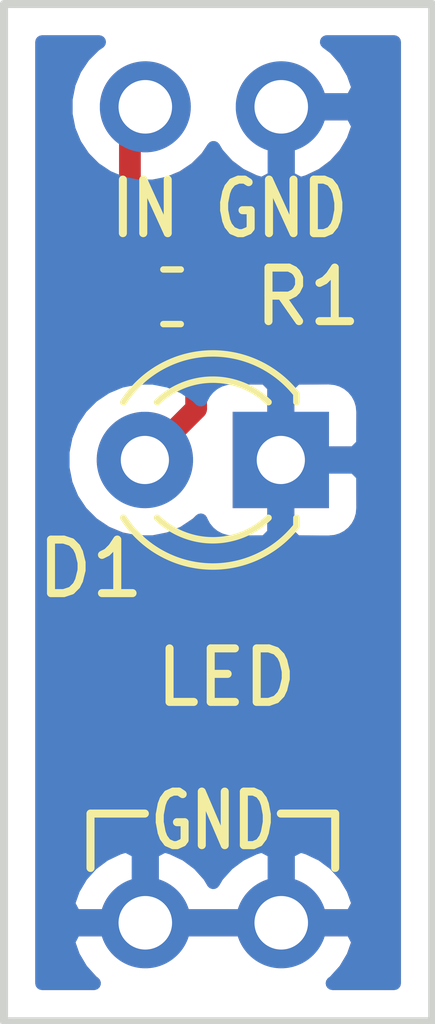
<source format=kicad_pcb>
(kicad_pcb (version 20171130) (host pcbnew "(5.1.9-0-10_14)")

  (general
    (thickness 1.6)
    (drawings 12)
    (tracks 5)
    (zones 0)
    (modules 4)
    (nets 4)
  )

  (page A4)
  (layers
    (0 F.Cu signal)
    (31 B.Cu signal)
    (32 B.Adhes user)
    (33 F.Adhes user)
    (34 B.Paste user)
    (35 F.Paste user)
    (36 B.SilkS user)
    (37 F.SilkS user)
    (38 B.Mask user)
    (39 F.Mask user)
    (40 Dwgs.User user)
    (41 Cmts.User user)
    (42 Eco1.User user)
    (43 Eco2.User user)
    (44 Edge.Cuts user)
    (45 Margin user)
    (46 B.CrtYd user hide)
    (47 F.CrtYd user hide)
    (48 B.Fab user hide)
    (49 F.Fab user hide)
  )

  (setup
    (last_trace_width 0.1524)
    (user_trace_width 0.1524)
    (user_trace_width 0.254)
    (user_trace_width 0.4064)
    (user_trace_width 0.635)
    (trace_clearance 0.1524)
    (zone_clearance 0.508)
    (zone_45_only no)
    (trace_min 0.1524)
    (via_size 0.6858)
    (via_drill 0.3048)
    (via_min_size 0.6858)
    (via_min_drill 0.3048)
    (uvia_size 0.3048)
    (uvia_drill 0.1524)
    (uvias_allowed no)
    (uvia_min_size 0.2)
    (uvia_min_drill 0.1)
    (edge_width 0.15)
    (segment_width 0.15)
    (pcb_text_width 0.3)
    (pcb_text_size 1.5 1.5)
    (mod_edge_width 0.15)
    (mod_text_size 1 1)
    (mod_text_width 0.15)
    (pad_size 1.524 1.524)
    (pad_drill 0.762)
    (pad_to_mask_clearance 0.2)
    (aux_axis_origin 0 0)
    (visible_elements FFFFFF7F)
    (pcbplotparams
      (layerselection 0x010fc_ffffffff)
      (usegerberextensions false)
      (usegerberattributes false)
      (usegerberadvancedattributes false)
      (creategerberjobfile false)
      (excludeedgelayer true)
      (linewidth 0.100000)
      (plotframeref false)
      (viasonmask false)
      (mode 1)
      (useauxorigin false)
      (hpglpennumber 1)
      (hpglpenspeed 20)
      (hpglpendiameter 15.000000)
      (psnegative false)
      (psa4output false)
      (plotreference true)
      (plotvalue true)
      (plotinvisibletext false)
      (padsonsilk false)
      (subtractmaskfromsilk false)
      (outputformat 1)
      (mirror false)
      (drillshape 1)
      (scaleselection 1)
      (outputdirectory ""))
  )

  (net 0 "")
  (net 1 GND)
  (net 2 "Net-(D1-Pad2)")
  (net 3 IN)

  (net_class Default "This is the default net class."
    (clearance 0.1524)
    (trace_width 0.1524)
    (via_dia 0.6858)
    (via_drill 0.3048)
    (uvia_dia 0.3048)
    (uvia_drill 0.1524)
    (diff_pair_width 0.1524)
    (diff_pair_gap 0.1524)
    (add_net GND)
    (add_net IN)
    (add_net "Net-(D1-Pad2)")
  )

  (module Connector_PinHeader_2.54mm:PinHeader_1x02_P2.54mm_Vertical (layer B.Cu) (tedit 5FD62D7B) (tstamp 5FD6F9B2)
    (at 103.64 73.16 270)
    (descr "Through hole straight pin header, 1x02, 2.54mm pitch, single row")
    (tags "Through hole pin header THT 1x02 2.54mm single row")
    (path /5FD63147)
    (fp_text reference J2 (at 0 2.33 270) (layer B.SilkS) hide
      (effects (font (size 1 1) (thickness 0.15)) (justify mirror))
    )
    (fp_text value GND (at 0 -4.87 270) (layer B.Fab)
      (effects (font (size 1 1) (thickness 0.15)) (justify mirror))
    )
    (fp_line (start -0.635 1.27) (end 1.27 1.27) (layer B.Fab) (width 0.1))
    (fp_line (start 1.27 1.27) (end 1.27 -3.81) (layer B.Fab) (width 0.1))
    (fp_line (start 1.27 -3.81) (end -1.27 -3.81) (layer B.Fab) (width 0.1))
    (fp_line (start -1.27 -3.81) (end -1.27 0.635) (layer B.Fab) (width 0.1))
    (fp_line (start -1.27 0.635) (end -0.635 1.27) (layer B.Fab) (width 0.1))
    (fp_line (start -1.8 1.8) (end -1.8 -4.35) (layer B.CrtYd) (width 0.05))
    (fp_line (start -1.8 -4.35) (end 1.8 -4.35) (layer B.CrtYd) (width 0.05))
    (fp_line (start 1.8 -4.35) (end 1.8 1.8) (layer B.CrtYd) (width 0.05))
    (fp_line (start 1.8 1.8) (end -1.8 1.8) (layer B.CrtYd) (width 0.05))
    (fp_text user %R (at 0 -1.27 180) (layer B.Fab)
      (effects (font (size 1 1) (thickness 0.15)) (justify mirror))
    )
    (pad 2 thru_hole oval (at 0 -2.54 270) (size 1.7 1.7) (drill 1) (layers *.Cu *.Mask)
      (net 1 GND))
    (pad 1 thru_hole oval (at 0 0 270) (size 1.7 1.7) (drill 1) (layers *.Cu *.Mask)
      (net 1 GND))
    (model ${KISYS3DMOD}/Connector_PinHeader_2.54mm.3dshapes/PinHeader_1x02_P2.54mm_Vertical.wrl
      (at (xyz 0 0 0))
      (scale (xyz 1 1 1))
      (rotate (xyz 0 0 0))
    )
  )

  (module Connector_PinHeader_2.54mm:PinHeader_1x02_P2.54mm_Vertical (layer B.Cu) (tedit 5FD62D60) (tstamp 5FD6F99D)
    (at 103.64 57.92 270)
    (descr "Through hole straight pin header, 1x02, 2.54mm pitch, single row")
    (tags "Through hole pin header THT 1x02 2.54mm single row")
    (path /5FD25C62)
    (fp_text reference J1 (at 0 2.33 270) (layer B.SilkS) hide
      (effects (font (size 1 1) (thickness 0.15)) (justify mirror))
    )
    (fp_text value IN (at 0 -4.87 270) (layer B.Fab)
      (effects (font (size 1 1) (thickness 0.15)) (justify mirror))
    )
    (fp_line (start 1.8 1.8) (end -1.8 1.8) (layer B.CrtYd) (width 0.05))
    (fp_line (start 1.8 -4.35) (end 1.8 1.8) (layer B.CrtYd) (width 0.05))
    (fp_line (start -1.8 -4.35) (end 1.8 -4.35) (layer B.CrtYd) (width 0.05))
    (fp_line (start -1.8 1.8) (end -1.8 -4.35) (layer B.CrtYd) (width 0.05))
    (fp_line (start -1.27 0.635) (end -0.635 1.27) (layer B.Fab) (width 0.1))
    (fp_line (start -1.27 -3.81) (end -1.27 0.635) (layer B.Fab) (width 0.1))
    (fp_line (start 1.27 -3.81) (end -1.27 -3.81) (layer B.Fab) (width 0.1))
    (fp_line (start 1.27 1.27) (end 1.27 -3.81) (layer B.Fab) (width 0.1))
    (fp_line (start -0.635 1.27) (end 1.27 1.27) (layer B.Fab) (width 0.1))
    (fp_text user %R (at 0 -1.27 180) (layer B.Fab)
      (effects (font (size 1 1) (thickness 0.15)) (justify mirror))
    )
    (pad 1 thru_hole oval (at 0 0 270) (size 1.7 1.7) (drill 1) (layers *.Cu *.Mask)
      (net 3 IN))
    (pad 2 thru_hole oval (at 0 -2.54 270) (size 1.7 1.7) (drill 1) (layers *.Cu *.Mask)
      (net 1 GND))
    (model ${KISYS3DMOD}/Connector_PinHeader_2.54mm.3dshapes/PinHeader_1x02_P2.54mm_Vertical.wrl
      (at (xyz 0 0 0))
      (scale (xyz 1 1 1))
      (rotate (xyz 0 0 0))
    )
  )

  (module LED_THT:LED_D3.0mm (layer F.Cu) (tedit 587A3A7B) (tstamp 5FD6F99C)
    (at 106.172 64.516 180)
    (descr "LED, diameter 3.0mm, 2 pins")
    (tags "LED diameter 3.0mm 2 pins")
    (path /5FD62DCA)
    (fp_text reference D1 (at 3.556 -2.032 180) (layer F.SilkS)
      (effects (font (size 1 1) (thickness 0.15)))
    )
    (fp_text value LED (at 1.27 2.96 180) (layer F.Fab)
      (effects (font (size 1 1) (thickness 0.15)))
    )
    (fp_line (start 3.7 -2.25) (end -1.15 -2.25) (layer F.CrtYd) (width 0.05))
    (fp_line (start 3.7 2.25) (end 3.7 -2.25) (layer F.CrtYd) (width 0.05))
    (fp_line (start -1.15 2.25) (end 3.7 2.25) (layer F.CrtYd) (width 0.05))
    (fp_line (start -1.15 -2.25) (end -1.15 2.25) (layer F.CrtYd) (width 0.05))
    (fp_line (start -0.29 1.08) (end -0.29 1.236) (layer F.SilkS) (width 0.12))
    (fp_line (start -0.29 -1.236) (end -0.29 -1.08) (layer F.SilkS) (width 0.12))
    (fp_line (start -0.23 -1.16619) (end -0.23 1.16619) (layer F.Fab) (width 0.1))
    (fp_circle (center 1.27 0) (end 2.77 0) (layer F.Fab) (width 0.1))
    (fp_arc (start 1.27 0) (end -0.23 -1.16619) (angle 284.3) (layer F.Fab) (width 0.1))
    (fp_arc (start 1.27 0) (end -0.29 -1.235516) (angle 108.8) (layer F.SilkS) (width 0.12))
    (fp_arc (start 1.27 0) (end -0.29 1.235516) (angle -108.8) (layer F.SilkS) (width 0.12))
    (fp_arc (start 1.27 0) (end 0.229039 -1.08) (angle 87.9) (layer F.SilkS) (width 0.12))
    (fp_arc (start 1.27 0) (end 0.229039 1.08) (angle -87.9) (layer F.SilkS) (width 0.12))
    (pad 1 thru_hole rect (at 0 0 180) (size 1.8 1.8) (drill 0.9) (layers *.Cu *.Mask)
      (net 1 GND))
    (pad 2 thru_hole circle (at 2.54 0 180) (size 1.8 1.8) (drill 0.9) (layers *.Cu *.Mask)
      (net 2 "Net-(D1-Pad2)"))
    (model ${KISYS3DMOD}/LED_THT.3dshapes/LED_D3.0mm.wrl
      (at (xyz 0 0 0))
      (scale (xyz 1 1 1))
      (rotate (xyz 0 0 0))
    )
  )

  (module Resistor_SMD:R_0603_1608Metric (layer F.Cu) (tedit 5B301BBD) (tstamp 5FD6F9D7)
    (at 104.14 61.468 180)
    (descr "Resistor SMD 0603 (1608 Metric), square (rectangular) end terminal, IPC_7351 nominal, (Body size source: http://www.tortai-tech.com/upload/download/2011102023233369053.pdf), generated with kicad-footprint-generator")
    (tags resistor)
    (path /5FD62CC1)
    (attr smd)
    (fp_text reference R1 (at -2.54 0 180) (layer F.SilkS)
      (effects (font (size 1 1) (thickness 0.15)))
    )
    (fp_text value 100 (at 0 1.43 180) (layer F.Fab)
      (effects (font (size 1 1) (thickness 0.15)))
    )
    (fp_line (start 1.48 0.73) (end -1.48 0.73) (layer F.CrtYd) (width 0.05))
    (fp_line (start 1.48 -0.73) (end 1.48 0.73) (layer F.CrtYd) (width 0.05))
    (fp_line (start -1.48 -0.73) (end 1.48 -0.73) (layer F.CrtYd) (width 0.05))
    (fp_line (start -1.48 0.73) (end -1.48 -0.73) (layer F.CrtYd) (width 0.05))
    (fp_line (start -0.162779 0.51) (end 0.162779 0.51) (layer F.SilkS) (width 0.12))
    (fp_line (start -0.162779 -0.51) (end 0.162779 -0.51) (layer F.SilkS) (width 0.12))
    (fp_line (start 0.8 0.4) (end -0.8 0.4) (layer F.Fab) (width 0.1))
    (fp_line (start 0.8 -0.4) (end 0.8 0.4) (layer F.Fab) (width 0.1))
    (fp_line (start -0.8 -0.4) (end 0.8 -0.4) (layer F.Fab) (width 0.1))
    (fp_line (start -0.8 0.4) (end -0.8 -0.4) (layer F.Fab) (width 0.1))
    (fp_text user %R (at 0 0 180) (layer F.Fab)
      (effects (font (size 0.4 0.4) (thickness 0.06)))
    )
    (pad 1 smd roundrect (at -0.7875 0 180) (size 0.875 0.95) (layers F.Cu F.Paste F.Mask) (roundrect_rratio 0.25)
      (net 2 "Net-(D1-Pad2)"))
    (pad 2 smd roundrect (at 0.7875 0 180) (size 0.875 0.95) (layers F.Cu F.Paste F.Mask) (roundrect_rratio 0.25)
      (net 3 IN))
    (model ${KISYS3DMOD}/Resistor_SMD.3dshapes/R_0603_1608Metric.wrl
      (at (xyz 0 0 0))
      (scale (xyz 1 1 1))
      (rotate (xyz 0 0 0))
    )
  )

  (gr_line (start 107.188 71.12) (end 107.188 72.136) (layer F.SilkS) (width 0.15))
  (gr_line (start 106.172 71.12) (end 107.188 71.12) (layer F.SilkS) (width 0.15))
  (gr_line (start 102.616 71.12) (end 102.616 72.136) (layer F.SilkS) (width 0.15))
  (gr_line (start 103.632 71.12) (end 102.616 71.12) (layer F.SilkS) (width 0.15))
  (gr_text IN (at 103.64 59.825) (layer F.SilkS) (tstamp 5FD6FC0C)
    (effects (font (size 1 0.8) (thickness 0.15)))
  )
  (gr_text GND (at 104.91 71.255) (layer F.SilkS) (tstamp 5FD26967)
    (effects (font (size 1 0.75) (thickness 0.15)))
  )
  (gr_text GND (at 106.18 59.825) (layer F.SilkS) (tstamp 5FD2688E)
    (effects (font (size 1 0.8) (thickness 0.15)))
  )
  (gr_text LED (at 105.156 68.58) (layer F.SilkS) (tstamp 5FC9695F)
    (effects (font (size 1 0.95) (thickness 0.15)))
  )
  (gr_line (start 101 56) (end 101 75) (layer Edge.Cuts) (width 0.15))
  (gr_line (start 109 56) (end 101 56) (layer Edge.Cuts) (width 0.15))
  (gr_line (start 109 75) (end 109 56) (layer Edge.Cuts) (width 0.15))
  (gr_line (start 101 75) (end 109 75) (layer Edge.Cuts) (width 0.15))

  (segment (start 104.59 61.8055) (end 104.59 63.558) (width 0.4064) (layer F.Cu) (net 2))
  (segment (start 104.59 63.558) (end 103.632 64.516) (width 0.4064) (layer F.Cu) (net 2))
  (segment (start 104.9275 61.468) (end 104.59 61.8055) (width 0.4064) (layer F.Cu) (net 2))
  (segment (start 103.3525 58.2075) (end 103.64 57.92) (width 0.4064) (layer F.Cu) (net 3))
  (segment (start 103.3525 61.468) (end 103.3525 58.2075) (width 0.4064) (layer F.Cu) (net 3))

  (zone (net 1) (net_name GND) (layer F.Cu) (tstamp 0) (hatch edge 0.508)
    (connect_pads (clearance 0.508))
    (min_thickness 0.254)
    (fill yes (arc_segments 16) (thermal_gap 0.508) (thermal_bridge_width 0.508))
    (polygon
      (pts
        (xy 101 56) (xy 109 56) (xy 109 75) (xy 101 75)
      )
    )
    (filled_polygon
      (pts
        (xy 102.693368 56.766525) (xy 102.486525 56.973368) (xy 102.32401 57.216589) (xy 102.212068 57.486842) (xy 102.155 57.77374)
        (xy 102.155 58.06626) (xy 102.212068 58.353158) (xy 102.32401 58.623411) (xy 102.486525 58.866632) (xy 102.514301 58.894408)
        (xy 102.5143 60.622438) (xy 102.421329 60.735725) (xy 102.34215 60.883858) (xy 102.293392 61.044592) (xy 102.276928 61.21175)
        (xy 102.276928 61.72425) (xy 102.293392 61.891408) (xy 102.34215 62.052142) (xy 102.421329 62.200275) (xy 102.527885 62.330115)
        (xy 102.657725 62.436671) (xy 102.805858 62.51585) (xy 102.966592 62.564608) (xy 103.13375 62.581072) (xy 103.57125 62.581072)
        (xy 103.738408 62.564608) (xy 103.7518 62.560545) (xy 103.751801 62.981) (xy 103.480816 62.981) (xy 103.184257 63.039989)
        (xy 102.904905 63.155701) (xy 102.653495 63.323688) (xy 102.439688 63.537495) (xy 102.271701 63.788905) (xy 102.155989 64.068257)
        (xy 102.097 64.364816) (xy 102.097 64.667184) (xy 102.155989 64.963743) (xy 102.271701 65.243095) (xy 102.439688 65.494505)
        (xy 102.653495 65.708312) (xy 102.904905 65.876299) (xy 103.184257 65.992011) (xy 103.480816 66.051) (xy 103.783184 66.051)
        (xy 104.079743 65.992011) (xy 104.359095 65.876299) (xy 104.610505 65.708312) (xy 104.676944 65.641873) (xy 104.682498 65.66018)
        (xy 104.741463 65.770494) (xy 104.820815 65.867185) (xy 104.917506 65.946537) (xy 105.02782 66.005502) (xy 105.147518 66.041812)
        (xy 105.272 66.054072) (xy 105.88625 66.051) (xy 106.045 65.89225) (xy 106.045 64.643) (xy 106.299 64.643)
        (xy 106.299 65.89225) (xy 106.45775 66.051) (xy 107.072 66.054072) (xy 107.196482 66.041812) (xy 107.31618 66.005502)
        (xy 107.426494 65.946537) (xy 107.523185 65.867185) (xy 107.602537 65.770494) (xy 107.661502 65.66018) (xy 107.697812 65.540482)
        (xy 107.710072 65.416) (xy 107.707 64.80175) (xy 107.54825 64.643) (xy 106.299 64.643) (xy 106.045 64.643)
        (xy 106.025 64.643) (xy 106.025 64.389) (xy 106.045 64.389) (xy 106.045 63.13975) (xy 106.299 63.13975)
        (xy 106.299 64.389) (xy 107.54825 64.389) (xy 107.707 64.23025) (xy 107.710072 63.616) (xy 107.697812 63.491518)
        (xy 107.661502 63.37182) (xy 107.602537 63.261506) (xy 107.523185 63.164815) (xy 107.426494 63.085463) (xy 107.31618 63.026498)
        (xy 107.196482 62.990188) (xy 107.072 62.977928) (xy 106.45775 62.981) (xy 106.299 63.13975) (xy 106.045 63.13975)
        (xy 105.88625 62.981) (xy 105.4282 62.978709) (xy 105.4282 62.529786) (xy 105.474142 62.51585) (xy 105.622275 62.436671)
        (xy 105.752115 62.330115) (xy 105.858671 62.200275) (xy 105.93785 62.052142) (xy 105.986608 61.891408) (xy 106.003072 61.72425)
        (xy 106.003072 61.21175) (xy 105.986608 61.044592) (xy 105.93785 60.883858) (xy 105.858671 60.735725) (xy 105.752115 60.605885)
        (xy 105.622275 60.499329) (xy 105.474142 60.42015) (xy 105.313408 60.371392) (xy 105.14625 60.354928) (xy 104.70875 60.354928)
        (xy 104.541592 60.371392) (xy 104.380858 60.42015) (xy 104.232725 60.499329) (xy 104.1907 60.533818) (xy 104.1907 59.299245)
        (xy 104.343411 59.23599) (xy 104.586632 59.073475) (xy 104.793475 58.866632) (xy 104.915195 58.684466) (xy 104.984822 58.801355)
        (xy 105.179731 59.017588) (xy 105.41308 59.191641) (xy 105.675901 59.316825) (xy 105.82311 59.361476) (xy 106.053 59.240155)
        (xy 106.053 58.047) (xy 106.307 58.047) (xy 106.307 59.240155) (xy 106.53689 59.361476) (xy 106.684099 59.316825)
        (xy 106.94692 59.191641) (xy 107.180269 59.017588) (xy 107.375178 58.801355) (xy 107.524157 58.551252) (xy 107.621481 58.276891)
        (xy 107.500814 58.047) (xy 106.307 58.047) (xy 106.053 58.047) (xy 106.033 58.047) (xy 106.033 57.793)
        (xy 106.053 57.793) (xy 106.053 57.773) (xy 106.307 57.773) (xy 106.307 57.793) (xy 107.500814 57.793)
        (xy 107.621481 57.563109) (xy 107.524157 57.288748) (xy 107.375178 57.038645) (xy 107.180269 56.822412) (xy 107.029561 56.71)
        (xy 108.290001 56.71) (xy 108.29 74.29) (xy 107.136815 74.29) (xy 107.180269 74.257588) (xy 107.375178 74.041355)
        (xy 107.524157 73.791252) (xy 107.621481 73.516891) (xy 107.500814 73.287) (xy 106.307 73.287) (xy 106.307 73.307)
        (xy 106.053 73.307) (xy 106.053 73.287) (xy 103.767 73.287) (xy 103.767 73.307) (xy 103.513 73.307)
        (xy 103.513 73.287) (xy 102.319186 73.287) (xy 102.198519 73.516891) (xy 102.295843 73.791252) (xy 102.444822 74.041355)
        (xy 102.639731 74.257588) (xy 102.683185 74.29) (xy 101.71 74.29) (xy 101.71 72.803109) (xy 102.198519 72.803109)
        (xy 102.319186 73.033) (xy 103.513 73.033) (xy 103.513 71.839845) (xy 103.767 71.839845) (xy 103.767 73.033)
        (xy 106.053 73.033) (xy 106.053 71.839845) (xy 106.307 71.839845) (xy 106.307 73.033) (xy 107.500814 73.033)
        (xy 107.621481 72.803109) (xy 107.524157 72.528748) (xy 107.375178 72.278645) (xy 107.180269 72.062412) (xy 106.94692 71.888359)
        (xy 106.684099 71.763175) (xy 106.53689 71.718524) (xy 106.307 71.839845) (xy 106.053 71.839845) (xy 105.82311 71.718524)
        (xy 105.675901 71.763175) (xy 105.41308 71.888359) (xy 105.179731 72.062412) (xy 104.984822 72.278645) (xy 104.91 72.404255)
        (xy 104.835178 72.278645) (xy 104.640269 72.062412) (xy 104.40692 71.888359) (xy 104.144099 71.763175) (xy 103.99689 71.718524)
        (xy 103.767 71.839845) (xy 103.513 71.839845) (xy 103.28311 71.718524) (xy 103.135901 71.763175) (xy 102.87308 71.888359)
        (xy 102.639731 72.062412) (xy 102.444822 72.278645) (xy 102.295843 72.528748) (xy 102.198519 72.803109) (xy 101.71 72.803109)
        (xy 101.71 56.71) (xy 102.777964 56.71)
      )
    )
  )
  (zone (net 1) (net_name GND) (layer B.Cu) (tstamp 0) (hatch edge 0.508)
    (connect_pads (clearance 0.508))
    (min_thickness 0.254)
    (fill yes (arc_segments 16) (thermal_gap 0.508) (thermal_bridge_width 0.508))
    (polygon
      (pts
        (xy 101 56) (xy 109 56) (xy 109 75) (xy 101 75)
      )
    )
    (filled_polygon
      (pts
        (xy 102.693368 56.766525) (xy 102.486525 56.973368) (xy 102.32401 57.216589) (xy 102.212068 57.486842) (xy 102.155 57.77374)
        (xy 102.155 58.06626) (xy 102.212068 58.353158) (xy 102.32401 58.623411) (xy 102.486525 58.866632) (xy 102.693368 59.073475)
        (xy 102.936589 59.23599) (xy 103.206842 59.347932) (xy 103.49374 59.405) (xy 103.78626 59.405) (xy 104.073158 59.347932)
        (xy 104.343411 59.23599) (xy 104.586632 59.073475) (xy 104.793475 58.866632) (xy 104.915195 58.684466) (xy 104.984822 58.801355)
        (xy 105.179731 59.017588) (xy 105.41308 59.191641) (xy 105.675901 59.316825) (xy 105.82311 59.361476) (xy 106.053 59.240155)
        (xy 106.053 58.047) (xy 106.307 58.047) (xy 106.307 59.240155) (xy 106.53689 59.361476) (xy 106.684099 59.316825)
        (xy 106.94692 59.191641) (xy 107.180269 59.017588) (xy 107.375178 58.801355) (xy 107.524157 58.551252) (xy 107.621481 58.276891)
        (xy 107.500814 58.047) (xy 106.307 58.047) (xy 106.053 58.047) (xy 106.033 58.047) (xy 106.033 57.793)
        (xy 106.053 57.793) (xy 106.053 57.773) (xy 106.307 57.773) (xy 106.307 57.793) (xy 107.500814 57.793)
        (xy 107.621481 57.563109) (xy 107.524157 57.288748) (xy 107.375178 57.038645) (xy 107.180269 56.822412) (xy 107.029561 56.71)
        (xy 108.290001 56.71) (xy 108.29 74.29) (xy 107.136815 74.29) (xy 107.180269 74.257588) (xy 107.375178 74.041355)
        (xy 107.524157 73.791252) (xy 107.621481 73.516891) (xy 107.500814 73.287) (xy 106.307 73.287) (xy 106.307 73.307)
        (xy 106.053 73.307) (xy 106.053 73.287) (xy 103.767 73.287) (xy 103.767 73.307) (xy 103.513 73.307)
        (xy 103.513 73.287) (xy 102.319186 73.287) (xy 102.198519 73.516891) (xy 102.295843 73.791252) (xy 102.444822 74.041355)
        (xy 102.639731 74.257588) (xy 102.683185 74.29) (xy 101.71 74.29) (xy 101.71 72.803109) (xy 102.198519 72.803109)
        (xy 102.319186 73.033) (xy 103.513 73.033) (xy 103.513 71.839845) (xy 103.767 71.839845) (xy 103.767 73.033)
        (xy 106.053 73.033) (xy 106.053 71.839845) (xy 106.307 71.839845) (xy 106.307 73.033) (xy 107.500814 73.033)
        (xy 107.621481 72.803109) (xy 107.524157 72.528748) (xy 107.375178 72.278645) (xy 107.180269 72.062412) (xy 106.94692 71.888359)
        (xy 106.684099 71.763175) (xy 106.53689 71.718524) (xy 106.307 71.839845) (xy 106.053 71.839845) (xy 105.82311 71.718524)
        (xy 105.675901 71.763175) (xy 105.41308 71.888359) (xy 105.179731 72.062412) (xy 104.984822 72.278645) (xy 104.91 72.404255)
        (xy 104.835178 72.278645) (xy 104.640269 72.062412) (xy 104.40692 71.888359) (xy 104.144099 71.763175) (xy 103.99689 71.718524)
        (xy 103.767 71.839845) (xy 103.513 71.839845) (xy 103.28311 71.718524) (xy 103.135901 71.763175) (xy 102.87308 71.888359)
        (xy 102.639731 72.062412) (xy 102.444822 72.278645) (xy 102.295843 72.528748) (xy 102.198519 72.803109) (xy 101.71 72.803109)
        (xy 101.71 64.364816) (xy 102.097 64.364816) (xy 102.097 64.667184) (xy 102.155989 64.963743) (xy 102.271701 65.243095)
        (xy 102.439688 65.494505) (xy 102.653495 65.708312) (xy 102.904905 65.876299) (xy 103.184257 65.992011) (xy 103.480816 66.051)
        (xy 103.783184 66.051) (xy 104.079743 65.992011) (xy 104.359095 65.876299) (xy 104.610505 65.708312) (xy 104.676944 65.641873)
        (xy 104.682498 65.66018) (xy 104.741463 65.770494) (xy 104.820815 65.867185) (xy 104.917506 65.946537) (xy 105.02782 66.005502)
        (xy 105.147518 66.041812) (xy 105.272 66.054072) (xy 105.88625 66.051) (xy 106.045 65.89225) (xy 106.045 64.643)
        (xy 106.299 64.643) (xy 106.299 65.89225) (xy 106.45775 66.051) (xy 107.072 66.054072) (xy 107.196482 66.041812)
        (xy 107.31618 66.005502) (xy 107.426494 65.946537) (xy 107.523185 65.867185) (xy 107.602537 65.770494) (xy 107.661502 65.66018)
        (xy 107.697812 65.540482) (xy 107.710072 65.416) (xy 107.707 64.80175) (xy 107.54825 64.643) (xy 106.299 64.643)
        (xy 106.045 64.643) (xy 106.025 64.643) (xy 106.025 64.389) (xy 106.045 64.389) (xy 106.045 63.13975)
        (xy 106.299 63.13975) (xy 106.299 64.389) (xy 107.54825 64.389) (xy 107.707 64.23025) (xy 107.710072 63.616)
        (xy 107.697812 63.491518) (xy 107.661502 63.37182) (xy 107.602537 63.261506) (xy 107.523185 63.164815) (xy 107.426494 63.085463)
        (xy 107.31618 63.026498) (xy 107.196482 62.990188) (xy 107.072 62.977928) (xy 106.45775 62.981) (xy 106.299 63.13975)
        (xy 106.045 63.13975) (xy 105.88625 62.981) (xy 105.272 62.977928) (xy 105.147518 62.990188) (xy 105.02782 63.026498)
        (xy 104.917506 63.085463) (xy 104.820815 63.164815) (xy 104.741463 63.261506) (xy 104.682498 63.37182) (xy 104.676944 63.390127)
        (xy 104.610505 63.323688) (xy 104.359095 63.155701) (xy 104.079743 63.039989) (xy 103.783184 62.981) (xy 103.480816 62.981)
        (xy 103.184257 63.039989) (xy 102.904905 63.155701) (xy 102.653495 63.323688) (xy 102.439688 63.537495) (xy 102.271701 63.788905)
        (xy 102.155989 64.068257) (xy 102.097 64.364816) (xy 101.71 64.364816) (xy 101.71 56.71) (xy 102.777964 56.71)
      )
    )
  )
)

</source>
